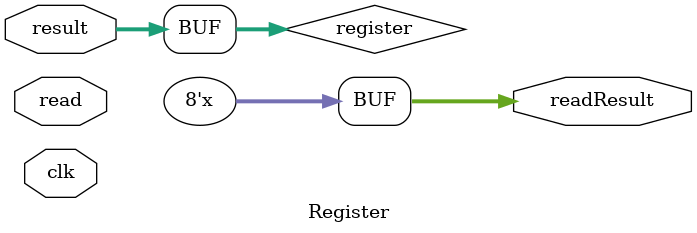
<source format=v>
`timescale 1ns / 1ps


module Register(
    input clk,
    input read, 
    input [7:0] result, //Result from ALU
    output [7:0] readResult //Reads the chosen register
    );
    
    reg [7:0] register = 8'h00; //8-bit storage register initialized to 0
    reg [7:0] readResult = 8'h00; //8-bit register to hold result
    
    always@(clk) begin
        register <= result;
        
        if (read) begin
            readResult = register;
        end
    end
    
endmodule

</source>
